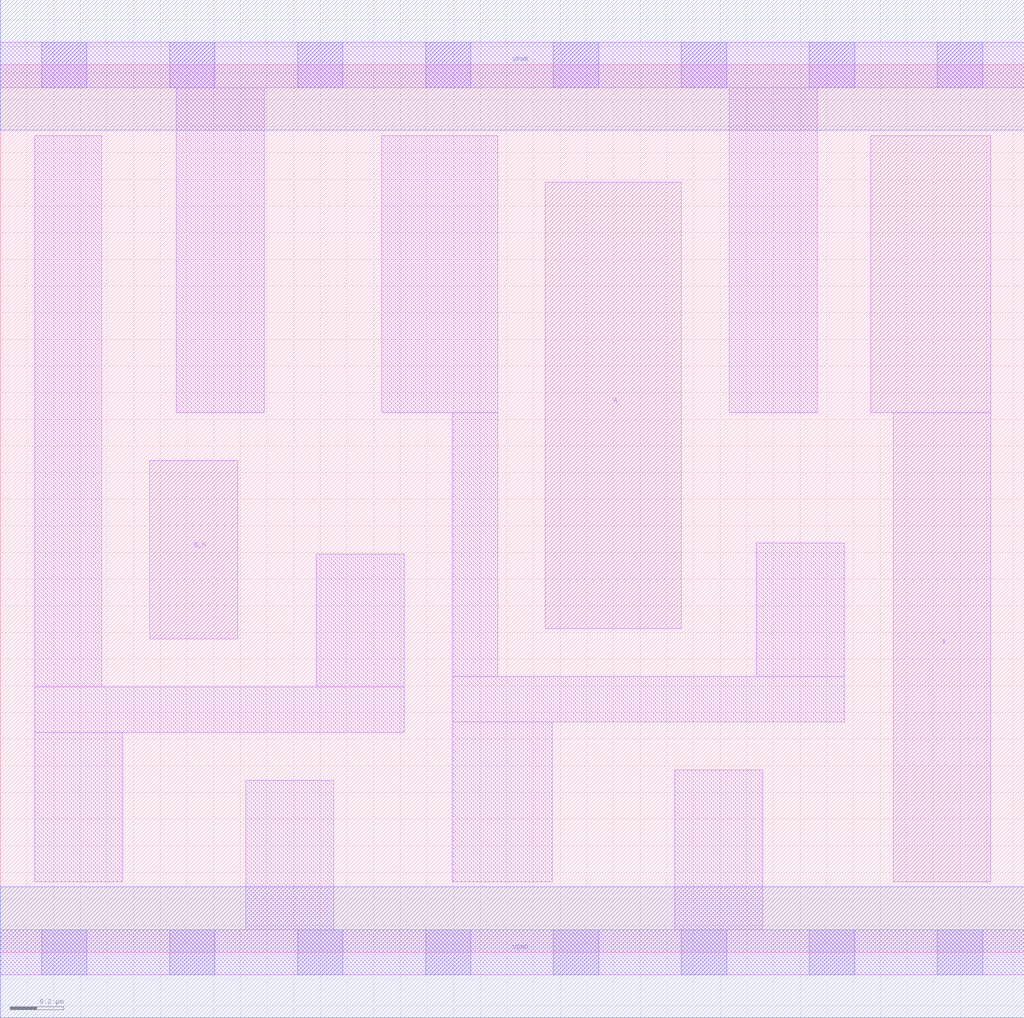
<source format=lef>
# Copyright 2020 The SkyWater PDK Authors
#
# Licensed under the Apache License, Version 2.0 (the "License");
# you may not use this file except in compliance with the License.
# You may obtain a copy of the License at
#
#     https://www.apache.org/licenses/LICENSE-2.0
#
# Unless required by applicable law or agreed to in writing, software
# distributed under the License is distributed on an "AS IS" BASIS,
# WITHOUT WARRANTIES OR CONDITIONS OF ANY KIND, either express or implied.
# See the License for the specific language governing permissions and
# limitations under the License.
#
# SPDX-License-Identifier: Apache-2.0

VERSION 5.7 ;
  NAMESCASESENSITIVE ON ;
  NOWIREEXTENSIONATPIN ON ;
  DIVIDERCHAR "/" ;
  BUSBITCHARS "[]" ;
UNITS
  DATABASE MICRONS 200 ;
END UNITS
MACRO sky130_fd_sc_lp__or2b_lp
  CLASS CORE ;
  FOREIGN sky130_fd_sc_lp__or2b_lp ;
  ORIGIN  0.000000  0.000000 ;
  SIZE  3.840000 BY  3.330000 ;
  SYMMETRY X Y R90 ;
  SITE unit ;
  PIN A
    ANTENNAGATEAREA  0.376000 ;
    DIRECTION INPUT ;
    USE SIGNAL ;
    PORT
      LAYER li1 ;
        RECT 2.045000 1.215000 2.555000 2.890000 ;
    END
  END A
  PIN B_N
    ANTENNAGATEAREA  0.376000 ;
    DIRECTION INPUT ;
    USE SIGNAL ;
    PORT
      LAYER li1 ;
        RECT 0.560000 1.175000 0.890000 1.845000 ;
    END
  END B_N
  PIN X
    ANTENNADIFFAREA  0.404700 ;
    DIRECTION OUTPUT ;
    USE SIGNAL ;
    PORT
      LAYER li1 ;
        RECT 3.265000 2.025000 3.715000 3.065000 ;
        RECT 3.350000 0.265000 3.715000 2.025000 ;
    END
  END X
  PIN VGND
    DIRECTION INOUT ;
    USE GROUND ;
    PORT
      LAYER met1 ;
        RECT 0.000000 -0.245000 3.840000 0.245000 ;
    END
  END VGND
  PIN VPWR
    DIRECTION INOUT ;
    USE POWER ;
    PORT
      LAYER met1 ;
        RECT 0.000000 3.085000 3.840000 3.575000 ;
    END
  END VPWR
  OBS
    LAYER li1 ;
      RECT 0.000000 -0.085000 3.840000 0.085000 ;
      RECT 0.000000  3.245000 3.840000 3.415000 ;
      RECT 0.130000  0.265000 0.460000 0.825000 ;
      RECT 0.130000  0.825000 1.515000 0.995000 ;
      RECT 0.130000  0.995000 0.380000 3.065000 ;
      RECT 0.660000  2.025000 0.990000 3.245000 ;
      RECT 0.920000  0.085000 1.250000 0.645000 ;
      RECT 1.185000  0.995000 1.515000 1.495000 ;
      RECT 1.430000  2.025000 1.865000 3.065000 ;
      RECT 1.695000  0.265000 2.070000 0.865000 ;
      RECT 1.695000  0.865000 3.165000 1.035000 ;
      RECT 1.695000  1.035000 1.865000 2.025000 ;
      RECT 2.530000  0.085000 2.860000 0.685000 ;
      RECT 2.735000  2.025000 3.065000 3.245000 ;
      RECT 2.835000  1.035000 3.165000 1.535000 ;
    LAYER mcon ;
      RECT 0.155000 -0.085000 0.325000 0.085000 ;
      RECT 0.155000  3.245000 0.325000 3.415000 ;
      RECT 0.635000 -0.085000 0.805000 0.085000 ;
      RECT 0.635000  3.245000 0.805000 3.415000 ;
      RECT 1.115000 -0.085000 1.285000 0.085000 ;
      RECT 1.115000  3.245000 1.285000 3.415000 ;
      RECT 1.595000 -0.085000 1.765000 0.085000 ;
      RECT 1.595000  3.245000 1.765000 3.415000 ;
      RECT 2.075000 -0.085000 2.245000 0.085000 ;
      RECT 2.075000  3.245000 2.245000 3.415000 ;
      RECT 2.555000 -0.085000 2.725000 0.085000 ;
      RECT 2.555000  3.245000 2.725000 3.415000 ;
      RECT 3.035000 -0.085000 3.205000 0.085000 ;
      RECT 3.035000  3.245000 3.205000 3.415000 ;
      RECT 3.515000 -0.085000 3.685000 0.085000 ;
      RECT 3.515000  3.245000 3.685000 3.415000 ;
  END
END sky130_fd_sc_lp__or2b_lp
END LIBRARY

</source>
